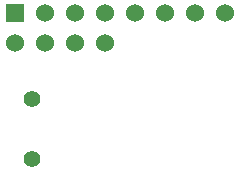
<source format=gbs>
G04 (created by PCBNEW (2013-07-07 BZR 4022)-stable) date 30/09/2014 17:20:54*
%MOIN*%
G04 Gerber Fmt 3.4, Leading zero omitted, Abs format*
%FSLAX34Y34*%
G01*
G70*
G90*
G04 APERTURE LIST*
%ADD10C,0.00590551*%
%ADD11R,0.06X0.06*%
%ADD12C,0.06*%
%ADD13C,0.056*%
G04 APERTURE END LIST*
G54D10*
G54D11*
X38582Y-16338D03*
G54D12*
X44582Y-16338D03*
X39582Y-16338D03*
X45582Y-16338D03*
X40582Y-16338D03*
X41582Y-16338D03*
X42582Y-16338D03*
X43582Y-16338D03*
X41582Y-17338D03*
X40582Y-17338D03*
X39582Y-17338D03*
X38582Y-17338D03*
G54D13*
X39173Y-21177D03*
X39173Y-19177D03*
M02*

</source>
